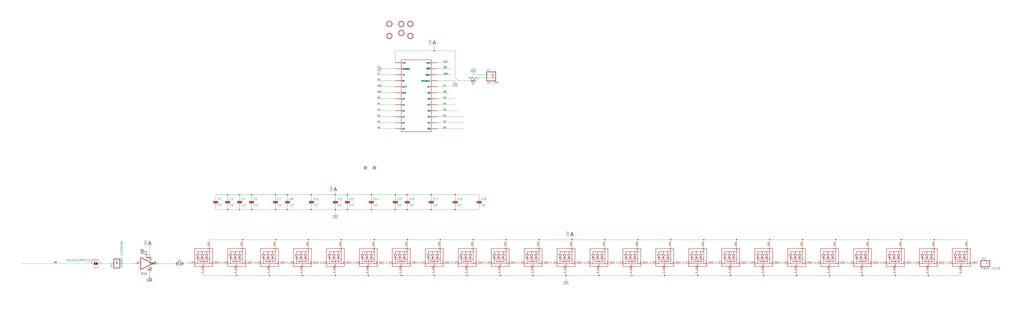
<source format=kicad_sch>
(kicad_sch (version 20211123) (generator eeschema)
  (paper "User" 868.477 261.899)
  (lib_symbols
    (symbol "eagleSchem-eagle-import:741G125DBV"
      (property "Reference" "IC" (at -0.635 -0.635 0))
      (symbol "741G125DBV_1_0"
        (polyline (pts (xy -5.08 -5.08) (xy -5.08 5.08)) (stroke (width 0.4064)))
        (polyline (pts (xy 0 4.826) (xy 0 5.588)) (stroke (width 0.1524)))
        (polyline (pts (xy 5.08 0) (xy -5.08 -5.08)) (stroke (width 0.4064)))
        (polyline (pts (xy 5.08 0) (xy -5.08 5.08)) (stroke (width 0.4064)))
        (circle (center 0 3.81) (radius 1.016) (stroke (width 0.1524)))
        (pin input line (at 0 10.16 270) (length 5.08) (name "OE") (number "1"))
        (pin input line (at -10.16 0 0) (length 5.08) (name "I") (number "2"))
        (pin tri_state line (at 10.16 0 180) (length 5.08) (name "O") (number "4"))
      )
      (symbol "741G125DBV_2_0"
        (text "GND" (at 1.905 -6.35 900) (effects (font (size 1.27 1.0795)) (justify left bottom)))
        (text "VCC" (at 1.905 2.54 900) (effects (font (size 1.27 1.0795)) (justify left bottom)))
        (pin power_in line (at 0 -7.62 90) (length 5.08) (name "GND") (number "3"))
        (pin power_in line (at 0 7.62 270) (length 5.08) (name "VCC") (number "5"))
      )
    )
    (symbol "eagleSchem-eagle-import:C-EUC0603"
      (property "Reference" "C" (at 1.524 0.381 0))
      (property "Value" "C-EUC0603" (at 1.524 -4.699 0))
      (symbol "C-EUC0603_1_0"
        (rectangle (start -2.032 -2.032) (end 2.032 -1.524) (fill (type outline)))
        (rectangle (start -2.032 -1.016) (end 2.032 -0.508) (fill (type outline)))
        (polyline (pts (xy 0 -2.54) (xy 0 -2.032)) (stroke (width 0.1524)))
        (polyline (pts (xy 0 0) (xy 0 -0.508)) (stroke (width 0.1524)))
        (pin passive line (at 0 2.54 270) (length 2.54) (name "1") (number "1"))
        (pin passive line (at 0 -5.08 90) (length 2.54) (name "2") (number "2"))
      )
    )
    (symbol "eagleSchem-eagle-import:CON_JST_PH_2PIN"
      (property "Reference" "X" (at -6.35 5.715 0))
      (property "Value" "CON_JST_PH_2PIN" (at -6.35 -5.08 0))
      (symbol "CON_JST_PH_2PIN_1_0"
        (polyline (pts (xy -6.35 -2.54) (xy 1.27 -2.54)) (stroke (width 0.4064)))
        (polyline (pts (xy -6.35 5.08) (xy -6.35 -2.54)) (stroke (width 0.4064)))
        (polyline (pts (xy 1.27 -2.54) (xy 1.27 5.08)) (stroke (width 0.4064)))
        (polyline (pts (xy 1.27 5.08) (xy -6.35 5.08)) (stroke (width 0.4064)))
        (pin passive inverted (at -2.54 2.54 0) (length 2.54) (name "1") (number "1"))
        (pin passive inverted (at -2.54 0 0) (length 2.54) (name "2") (number "2"))
      )
    )
    (symbol "eagleSchem-eagle-import:DIODESOD-123"
      (property "Reference" "D" (at 0 2.54 0))
      (property "Value" "DIODESOD-123" (at 0 -2.5 0))
      (symbol "DIODESOD-123_1_0"
        (polyline (pts (xy -1.27 -1.27) (xy 1.27 0)) (stroke (width 0.254)))
        (polyline (pts (xy -1.27 1.27) (xy -1.27 -1.27)) (stroke (width 0.254)))
        (polyline (pts (xy 1.27 0) (xy -1.27 1.27)) (stroke (width 0.254)))
        (polyline (pts (xy 1.27 0) (xy 1.27 -1.27)) (stroke (width 0.254)))
        (polyline (pts (xy 1.27 1.27) (xy 1.27 0)) (stroke (width 0.254)))
        (pin passive line (at -2.54 0 0) (length 2.54) (name "A") (number "A"))
        (pin passive line (at 2.54 0 180) (length 2.54) (name "C") (number "C"))
      )
    )
    (symbol "eagleSchem-eagle-import:FIDUCIAL{dblquote}{dblquote}"
      (symbol "FIDUCIAL{dblquote}{dblquote}_1_0"
        (polyline (pts (xy -0.762 0.762) (xy 0.762 -0.762)) (stroke (width 0.254)))
        (polyline (pts (xy 0.762 0.762) (xy -0.762 -0.762)) (stroke (width 0.254)))
        (circle (center 0 0) (radius 1.27) (stroke (width 0.254)))
      )
    )
    (symbol "eagleSchem-eagle-import:GND" (power)
      (property "Value" "GND" (at -2.54 -2.54 0))
      (symbol "GND_1_0"
        (polyline (pts (xy -1.905 0) (xy 1.905 0)) (stroke (width 0.254)))
        (pin power_in line (at 0 2.54 270) (length 2.54) (name "GND") (number "1"))
      )
    )
    (symbol "eagleSchem-eagle-import:HEADER-1X1ROUND"
      (property "Reference" "JP" (at -6.35 3.175 0))
      (property "Value" "HEADER-1X1ROUND" (at -6.35 -5.08 0))
      (symbol "HEADER-1X1ROUND_1_0"
        (polyline (pts (xy -6.35 -2.54) (xy 1.27 -2.54)) (stroke (width 0.4064)))
        (polyline (pts (xy -6.35 2.54) (xy -6.35 -2.54)) (stroke (width 0.4064)))
        (polyline (pts (xy 1.27 -2.54) (xy 1.27 2.54)) (stroke (width 0.4064)))
        (polyline (pts (xy 1.27 2.54) (xy -6.35 2.54)) (stroke (width 0.4064)))
        (pin passive inverted (at -2.54 0 0) (length 2.54) (name "1") (number "1"))
      )
    )
    (symbol "eagleSchem-eagle-import:MOUNTINGHOLE3.0THIN"
      (symbol "MOUNTINGHOLE3.0THIN_1_0"
        (circle (center 0 0) (radius 1.905) (stroke (width 0.254)))
        (circle (center 0 0) (radius 2.54) (stroke (width 0.254)))
      )
    )
    (symbol "eagleSchem-eagle-import:PINHD-1X1CB"
      (property "Reference" "JP" (at -6.35 3.175 0))
      (property "Value" "PINHD-1X1CB" (at -6.35 -5.08 0))
      (symbol "PINHD-1X1CB_1_0"
        (polyline (pts (xy -6.35 -2.54) (xy 1.27 -2.54)) (stroke (width 0.4064)))
        (polyline (pts (xy -6.35 2.54) (xy -6.35 -2.54)) (stroke (width 0.4064)))
        (polyline (pts (xy 1.27 -2.54) (xy 1.27 2.54)) (stroke (width 0.4064)))
        (polyline (pts (xy 1.27 2.54) (xy -6.35 2.54)) (stroke (width 0.4064)))
        (pin passive inverted (at -2.54 0 0) (length 2.54) (name "1") (number "1"))
      )
    )
    (symbol "eagleSchem-eagle-import:RESISTOR_0603_NOOUT"
      (property "Reference" "R" (at 0 2.54 0))
      (property "Value" "RESISTOR_0603_NOOUT" (at 0 0 0))
      (symbol "RESISTOR_0603_NOOUT_1_0"
        (polyline (pts (xy -2.54 -1.27) (xy -2.54 1.27)) (stroke (width 0.254)))
        (polyline (pts (xy -2.54 1.27) (xy 2.54 1.27)) (stroke (width 0.254)))
        (polyline (pts (xy 2.54 -1.27) (xy -2.54 -1.27)) (stroke (width 0.254)))
        (polyline (pts (xy 2.54 1.27) (xy 2.54 -1.27)) (stroke (width 0.254)))
        (pin passive line (at -5.08 0 0) (length 2.54) (name "1") (number "1"))
        (pin passive line (at 5.08 0 180) (length 2.54) (name "2") (number "2"))
      )
    )
    (symbol "eagleSchem-eagle-import:SOLDERJUMPER_CLOSED"
      (property "Reference" "SJ" (at -2.54 2.54 0))
      (property "Value" "SOLDERJUMPER_CLOSED" (at -2.54 -3.81 0))
      (symbol "SOLDERJUMPER_CLOSED_1_0"
        (arc (start -0.381 1.2699) (mid -1.6508 0) (end -0.381 -1.2699) (stroke (width 0.0001)) (fill (type outline)))
        (polyline (pts (xy -2.54 0) (xy -1.651 0)) (stroke (width 0.1524)))
        (polyline (pts (xy -0.635 0) (xy 0.635 0)) (stroke (width 0.4064)))
        (polyline (pts (xy 2.54 0) (xy 1.651 0)) (stroke (width 0.1524)))
        (arc (start 0.381 -1.2699) (mid 1.6508 0) (end 0.381 1.2699) (stroke (width 0.0001)) (fill (type outline)))
        (pin passive line (at -5.08 0 0) (length 2.54) (name "1") (number "1"))
        (pin passive line (at 5.08 0 180) (length 2.54) (name "2") (number "2"))
      )
    )
    (symbol "eagleSchem-eagle-import:SPARK_CORE"
      (symbol "SPARK_CORE_1_0"
        (polyline (pts (xy -12.7 -30.48) (xy 12.7 -30.48)) (stroke (width 0.254)))
        (polyline (pts (xy -12.7 30.48) (xy -12.7 -30.48)) (stroke (width 0.254)))
        (polyline (pts (xy 12.7 -30.48) (xy 12.7 30.48)) (stroke (width 0.254)))
        (polyline (pts (xy 12.7 30.48) (xy -12.7 30.48)) (stroke (width 0.254)))
        (pin power_in line (at -17.78 27.94 0) (length 5.08) (name "VIN") (number "#1"))
        (pin bidirectional line (at -17.78 -17.78 0) (length 5.08) (name "A2") (number "#10"))
        (pin bidirectional line (at -17.78 -22.86 0) (length 5.08) (name "A1") (number "#11"))
        (pin bidirectional line (at -17.78 -27.94 0) (length 5.08) (name "A0") (number "#12"))
        (pin bidirectional line (at 17.78 -27.94 180) (length 5.08) (name "D0") (number "#13"))
        (pin bidirectional line (at 17.78 -22.86 180) (length 5.08) (name "D1") (number "#14"))
        (pin bidirectional line (at 17.78 -17.78 180) (length 5.08) (name "D2") (number "#15"))
        (pin bidirectional line (at 17.78 -12.7 180) (length 5.08) (name "D3") (number "#16"))
        (pin bidirectional line (at 17.78 -7.62 180) (length 5.08) (name "D4") (number "#17"))
        (pin bidirectional line (at 17.78 -2.54 180) (length 5.08) (name "D5") (number "#18"))
        (pin bidirectional line (at 17.78 2.54 180) (length 5.08) (name "D6") (number "#19"))
        (pin power_in line (at -17.78 22.86 0) (length 5.08) (name "GND@2") (number "#2"))
        (pin bidirectional line (at 17.78 7.62 180) (length 5.08) (name "D7") (number "#20"))
        (pin power_in line (at 17.78 12.7 180) (length 5.08) (name "GND@21") (number "#21"))
        (pin power_in line (at 17.78 17.78 180) (length 5.08) (name "VBAT") (number "#22"))
        (pin bidirectional line (at 17.78 22.86 180) (length 5.08) (name "~{RST}") (number "#23"))
        (pin power_in line (at 17.78 27.94 180) (length 5.08) (name "3V3") (number "#24"))
        (pin bidirectional line (at -17.78 17.78 0) (length 5.08) (name "TX") (number "#3"))
        (pin bidirectional line (at -17.78 12.7 0) (length 5.08) (name "RX") (number "#4"))
        (pin bidirectional line (at -17.78 7.62 0) (length 5.08) (name "WKP") (number "#5"))
        (pin bidirectional line (at -17.78 2.54 0) (length 5.08) (name "DAC") (number "#6"))
        (pin bidirectional line (at -17.78 -2.54 0) (length 5.08) (name "A5") (number "#7"))
        (pin bidirectional line (at -17.78 -7.62 0) (length 5.08) (name "A4") (number "#8"))
        (pin bidirectional line (at -17.78 -12.7 0) (length 5.08) (name "A3") (number "#9"))
        (pin power_in line (at -17.78 27.94 0) (length 5.08) (name "VIN") (number "1"))
        (pin bidirectional line (at -17.78 -17.78 0) (length 5.08) (name "A2") (number "10"))
        (pin bidirectional line (at -17.78 -22.86 0) (length 5.08) (name "A1") (number "11"))
        (pin bidirectional line (at -17.78 -27.94 0) (length 5.08) (name "A0") (number "12"))
        (pin bidirectional line (at 17.78 -27.94 180) (length 5.08) (name "D0") (number "13"))
        (pin bidirectional line (at 17.78 -22.86 180) (length 5.08) (name "D1") (number "14"))
        (pin bidirectional line (at 17.78 -17.78 180) (length 5.08) (name "D2") (number "15"))
        (pin bidirectional line (at 17.78 -12.7 180) (length 5.08) (name "D3") (number "16"))
        (pin bidirectional line (at 17.78 -7.62 180) (length 5.08) (name "D4") (number "17"))
        (pin bidirectional line (at 17.78 -2.54 180) (length 5.08) (name "D5") (number "18"))
        (pin bidirectional line (at 17.78 2.54 180) (length 5.08) (name "D6") (number "19"))
        (pin power_in line (at -17.78 22.86 0) (length 5.08) (name "GND@2") (number "2"))
        (pin bidirectional line (at 17.78 7.62 180) (length 5.08) (name "D7") (number "20"))
        (pin power_in line (at 17.78 12.7 180) (length 5.08) (name "GND@21") (number "21"))
        (pin power_in line (at 17.78 17.78 180) (length 5.08) (name "VBAT") (number "22"))
        (pin bidirectional line (at 17.78 22.86 180) (length 5.08) (name "~{RST}") (number "23"))
        (pin power_in line (at 17.78 27.94 180) (length 5.08) (name "3V3") (number "24"))
        (pin bidirectional line (at -17.78 17.78 0) (length 5.08) (name "TX") (number "3"))
        (pin bidirectional line (at -17.78 12.7 0) (length 5.08) (name "RX") (number "4"))
        (pin bidirectional line (at -17.78 7.62 0) (length 5.08) (name "WKP") (number "5"))
        (pin bidirectional line (at -17.78 2.54 0) (length 5.08) (name "DAC") (number "6"))
        (pin bidirectional line (at -17.78 -2.54 0) (length 5.08) (name "A5") (number "7"))
        (pin bidirectional line (at -17.78 -7.62 0) (length 5.08) (name "A4") (number "8"))
        (pin bidirectional line (at -17.78 -12.7 0) (length 5.08) (name "A3") (number "9"))
        (pin power_in line (at -17.78 27.94 0) (length 5.08) (name "VIN") (number "@1"))
        (pin bidirectional line (at -17.78 -17.78 0) (length 5.08) (name "A2") (number "@10"))
        (pin bidirectional line (at -17.78 -22.86 0) (length 5.08) (name "A1") (number "@11"))
        (pin bidirectional line (at -17.78 -27.94 0) (length 5.08) (name "A0") (number "@12"))
        (pin bidirectional line (at 17.78 -27.94 180) (length 5.08) (name "D0") (number "@13"))
        (pin bidirectional line (at 17.78 -22.86 180) (length 5.08) (name "D1") (number "@14"))
        (pin bidirectional line (at 17.78 -17.78 180) (length 5.08) (name "D2") (number "@15"))
        (pin bidirectional line (at 17.78 -12.7 180) (length 5.08) (name "D3") (number "@16"))
        (pin bidirectional line (at 17.78 -7.62 180) (length 5.08) (name "D4") (number "@17"))
        (pin bidirectional line (at 17.78 -2.54 180) (length 5.08) (name "D5") (number "@18"))
        (pin bidirectional line (at 17.78 2.54 180) (length 5.08) (name "D6") (number "@19"))
        (pin power_in line (at -17.78 22.86 0) (length 5.08) (name "GND@2") (number "@2"))
        (pin bidirectional line (at 17.78 7.62 180) (length 5.08) (name "D7") (number "@20"))
        (pin power_in line (at 17.78 12.7 180) (length 5.08) (name "GND@21") (number "@21"))
        (pin power_in line (at 17.78 17.78 180) (length 5.08) (name "VBAT") (number "@22"))
        (pin bidirectional line (at 17.78 22.86 180) (length 5.08) (name "~{RST}") (number "@23"))
        (pin power_in line (at 17.78 27.94 180) (length 5.08) (name "3V3") (number "@24"))
        (pin bidirectional line (at -17.78 17.78 0) (length 5.08) (name "TX") (number "@3"))
        (pin bidirectional line (at -17.78 12.7 0) (length 5.08) (name "RX") (number "@4"))
        (pin bidirectional line (at -17.78 7.62 0) (length 5.08) (name "WKP") (number "@5"))
        (pin bidirectional line (at -17.78 2.54 0) (length 5.08) (name "DAC") (number "@6"))
        (pin bidirectional line (at -17.78 -2.54 0) (length 5.08) (name "A5") (number "@7"))
        (pin bidirectional line (at -17.78 -7.62 0) (length 5.08) (name "A4") (number "@8"))
        (pin bidirectional line (at -17.78 -12.7 0) (length 5.08) (name "A3") (number "@9"))
      )
    )
    (symbol "eagleSchem-eagle-import:VDD" (power)
      (property "Value" "VDD" (at -2.54 -2.54 90))
      (symbol "VDD_1_0"
        (polyline (pts (xy 0 0) (xy -1.27 -1.905)) (stroke (width 0.254)))
        (polyline (pts (xy 0 1.27) (xy -1.27 -1.905)) (stroke (width 0.254)))
        (polyline (pts (xy 1.27 -1.905) (xy 0 0)) (stroke (width 0.254)))
        (polyline (pts (xy 1.27 -1.905) (xy 0 1.27)) (stroke (width 0.254)))
        (pin power_in line (at 0 -2.54 90) (length 2.54) (name "VDD") (number "1"))
      )
    )
    (symbol "eagleSchem-eagle-import:WS2812B5050-NARROW"
      (symbol "WS2812B5050-NARROW_1_0"
        (polyline (pts (xy -7.62 -5.08) (xy 0 -5.08)) (stroke (width 0.254)))
        (polyline (pts (xy -7.62 -2.54) (xy -7.62 -5.08)) (stroke (width 0.254)))
        (polyline (pts (xy -7.62 10.16) (xy -7.62 -2.54)) (stroke (width 0.254)))
        (polyline (pts (xy -6.35 2.54) (xy -5.08 2.54)) (stroke (width 0.254)))
        (polyline (pts (xy -6.35 5.08) (xy -5.08 5.08)) (stroke (width 0.254)))
        (polyline (pts (xy -5.08 -2.54) (xy -7.62 -2.54)) (stroke (width 0.254)))
        (polyline (pts (xy -5.08 -2.54) (xy 0 -2.54)) (stroke (width 0.254)))
        (polyline (pts (xy -5.08 1.27) (xy -5.08 -2.54)) (stroke (width 0.254)))
        (polyline (pts (xy -5.08 2.54) (xy -6.35 5.08)) (stroke (width 0.254)))
        (polyline (pts (xy -5.08 2.54) (xy -5.08 1.27)) (stroke (width 0.254)))
        (polyline (pts (xy -5.08 2.54) (xy -3.81 5.08)) (stroke (width 0.254)))
        (polyline (pts (xy -5.08 5.08) (xy -3.81 5.08)) (stroke (width 0.254)))
        (polyline (pts (xy -5.08 7.62) (xy -5.08 5.08)) (stroke (width 0.254)))
        (polyline (pts (xy -3.81 2.54) (xy -5.08 2.54)) (stroke (width 0.254)))
        (polyline (pts (xy -2.54 2.54) (xy -1.27 2.54)) (stroke (width 0.254)))
        (polyline (pts (xy -2.54 5.08) (xy 0 5.08)) (stroke (width 0.254)))
        (polyline (pts (xy -1.27 1.27) (xy -5.08 1.27)) (stroke (width 0.254)))
        (polyline (pts (xy -1.27 2.54) (xy -2.54 5.08)) (stroke (width 0.254)))
        (polyline (pts (xy -1.27 2.54) (xy -1.27 1.27)) (stroke (width 0.254)))
        (polyline (pts (xy -1.27 2.54) (xy 0 2.54)) (stroke (width 0.254)))
        (polyline (pts (xy -1.27 5.08) (xy -1.27 7.62)) (stroke (width 0.254)))
        (polyline (pts (xy -1.27 7.62) (xy -5.08 7.62)) (stroke (width 0.254)))
        (polyline (pts (xy 0 -5.08) (xy 7.62 -5.08)) (stroke (width 0.254)))
        (polyline (pts (xy 0 -2.54) (xy 0 -5.08)) (stroke (width 0.254)))
        (polyline (pts (xy 0 -2.54) (xy 5.08 -2.54)) (stroke (width 0.254)))
        (polyline (pts (xy 0 5.08) (xy -1.27 2.54)) (stroke (width 0.254)))
        (polyline (pts (xy 1.27 5.08) (xy 2.54 2.54)) (stroke (width 0.254)))
        (polyline (pts (xy 1.27 5.08) (xy 2.54 5.08)) (stroke (width 0.254)))
        (polyline (pts (xy 2.54 1.27) (xy -1.27 1.27)) (stroke (width 0.254)))
        (polyline (pts (xy 2.54 2.54) (xy 1.27 2.54)) (stroke (width 0.254)))
        (polyline (pts (xy 2.54 2.54) (xy 2.54 1.27)) (stroke (width 0.254)))
        (polyline (pts (xy 2.54 2.54) (xy 3.81 2.54)) (stroke (width 0.254)))
        (polyline (pts (xy 2.54 2.54) (xy 3.81 5.08)) (stroke (width 0.254)))
        (polyline (pts (xy 2.54 5.08) (xy 2.54 7.62)) (stroke (width 0.254)))
        (polyline (pts (xy 2.54 7.62) (xy -1.27 7.62)) (stroke (width 0.254)))
        (polyline (pts (xy 2.54 7.62) (xy 5.08 7.62)) (stroke (width 0.254)))
        (polyline (pts (xy 3.81 5.08) (xy 2.54 5.08)) (stroke (width 0.254)))
        (polyline (pts (xy 5.08 -2.54) (xy 5.08 1.27)) (stroke (width 0.254)))
        (polyline (pts (xy 5.08 -2.54) (xy 7.62 -2.54)) (stroke (width 0.254)))
        (polyline (pts (xy 5.08 1.27) (xy 2.54 1.27)) (stroke (width 0.254)))
        (polyline (pts (xy 5.08 7.62) (xy 5.08 1.27)) (stroke (width 0.254)))
        (polyline (pts (xy 5.08 10.16) (xy -7.62 10.16)) (stroke (width 0.254)))
        (polyline (pts (xy 5.08 10.16) (xy 5.08 7.62)) (stroke (width 0.254)))
        (polyline (pts (xy 7.62 -5.08) (xy 7.62 -2.54)) (stroke (width 0.254)))
        (polyline (pts (xy 7.62 -2.54) (xy 7.62 10.16)) (stroke (width 0.254)))
        (polyline (pts (xy 7.62 10.16) (xy 5.08 10.16)) (stroke (width 0.254)))
        (text "WS2812B" (at 3.81 0 0) (effects (font (size 1.27 1.0795)) (justify right top)))
        (pin power_in line (at 5.08 15.24 270) (length 5.08) (name "VDD") (number "1-VDD"))
        (pin output line (at 12.7 -2.54 180) (length 5.08) (name "DO") (number "2-DOUT"))
        (pin power_in line (at 0 -10.16 90) (length 5.08) (name "GND") (number "3-GND"))
        (pin input line (at -12.7 -2.54 0) (length 5.08) (name "DI") (number "4-DIN"))
      )
    )
  )
  (junction (at 787.4 233.68))
  (junction (at 228.6 233.68))
  (junction (at 233.68 165.1))
  (junction (at 485.14 203.2))
  (junction (at 703.58 233.68))
  (junction (at 563.88 233.68))
  (junction (at 243.84 165.1))
  (junction (at 429.26 203.2))
  (junction (at 294.64 177.8))
  (junction (at 284.48 233.68))
  (junction (at 345.44 177.8))
  (junction (at 568.96 203.2))
  (junction (at 243.84 177.8))
  (junction (at 345.44 203.2))
  (junction (at 205.74 203.2))
  (junction (at 365.76 177.8))
  (junction (at 457.2 203.2))
  (junction (at 373.38 203.2))
  (junction (at 335.28 177.8))
  (junction (at 508 233.68))
  (junction (at 736.6 203.2))
  (junction (at 256.54 233.68))
  (junction (at 708.66 203.2))
  (junction (at 340.36 233.68))
  (junction (at 596.9 203.2))
  (junction (at 591.82 233.68))
  (junction (at 233.68 177.8))
  (junction (at 314.96 177.8))
  (junction (at 203.2 165.1))
  (junction (at 213.36 165.1))
  (junction (at 284.48 165.1))
  (junction (at 200.66 233.68))
  (junction (at 386.08 165.1))
  (junction (at 264.16 165.1))
  (junction (at 294.64 165.1))
  (junction (at 203.2 177.8))
  (junction (at 261.62 203.2))
  (junction (at 284.48 177.8))
  (junction (at 368.3 233.68))
  (junction (at 680.72 203.2))
  (junction (at 396.24 233.68))
  (junction (at 335.28 165.1))
  (junction (at 513.08 203.2))
  (junction (at 386.08 177.8))
  (junction (at 233.68 203.2))
  (junction (at 792.48 203.2))
  (junction (at 647.7 233.68))
  (junction (at 99.06 223.52))
  (junction (at 541.02 203.2))
  (junction (at 264.16 177.8))
  (junction (at 314.96 165.1))
  (junction (at 368.3 43.18))
  (junction (at 624.84 203.2))
  (junction (at 345.44 165.1))
  (junction (at 452.12 233.68))
  (junction (at 731.52 233.68))
  (junction (at 193.04 165.1))
  (junction (at 480.06 233.68))
  (junction (at 652.78 203.2))
  (junction (at 764.54 203.2))
  (junction (at 401.32 203.2))
  (junction (at 289.56 203.2))
  (junction (at 424.18 233.68))
  (junction (at 759.46 233.68))
  (junction (at 365.76 165.1))
  (junction (at 213.36 177.8))
  (junction (at 535.94 233.68))
  (junction (at 317.5 203.2))
  (junction (at 675.64 233.68))
  (junction (at 193.04 177.8))
  (junction (at 312.42 233.68))
  (junction (at 619.76 233.68))
  (wire (pts (xy 485.14 203.2) (xy 457.2 203.2)))
  (wire (pts (xy 406.4 66.04) (xy 403.86 68.58)))
  (wire (pts (xy 457.2 205.74) (xy 457.2 203.2)))
  (wire (pts (xy 815.34 233.68) (xy 815.34 231.14)))
  (wire (pts (xy 703.58 233.68) (xy 731.52 233.68)))
  (wire (pts (xy 294.64 175.26) (xy 294.64 177.8)))
  (wire (pts (xy 396.24 233.68) (xy 396.24 231.14)))
  (wire (pts (xy 703.58 231.14) (xy 703.58 233.68)))
  (wire (pts (xy 243.84 167.64) (xy 243.84 165.1)))
  (wire (pts (xy 787.4 231.14) (xy 787.4 233.68)))
  (wire (pts (xy 624.84 203.2) (xy 652.78 203.2)))
  (wire (pts (xy 591.82 231.14) (xy 591.82 233.68)))
  (wire (pts (xy 429.26 205.74) (xy 429.26 203.2)))
  (wire (pts (xy 256.54 233.68) (xy 256.54 231.14)))
  (wire (pts (xy 182.88 167.64) (xy 182.88 165.1)))
  (wire (pts (xy 243.84 177.8) (xy 243.84 175.26)))
  (wire (pts (xy 370.84 53.34) (xy 381 53.34)))
  (wire (pts (xy 256.54 233.68) (xy 228.6 233.68)))
  (wire (pts (xy 317.5 203.2) (xy 289.56 203.2)))
  (wire (pts (xy 299.72 223.52) (xy 297.18 223.52)))
  (wire (pts (xy 205.74 203.2) (xy 177.8 203.2)))
  (wire (pts (xy 480.06 231.14) (xy 480.06 233.68)))
  (wire (pts (xy 284.48 233.68) (xy 256.54 233.68)))
  (wire (pts (xy 213.36 165.1) (xy 203.2 165.1)))
  (wire (pts (xy 317.5 205.74) (xy 317.5 203.2)))
  (wire (pts (xy 335.28 177.8) (xy 314.96 177.8)))
  (wire (pts (xy 708.66 203.2) (xy 736.6 203.2)))
  (wire (pts (xy 457.2 203.2) (xy 429.26 203.2)))
  (wire (pts (xy 523.24 223.52) (xy 520.7 223.52)))
  (wire (pts (xy 370.84 83.82) (xy 386.08 83.82)))
  (wire (pts (xy 335.28 175.26) (xy 335.28 177.8)))
  (wire (pts (xy 284.48 167.64) (xy 284.48 165.1)))
  (wire (pts (xy 233.68 175.26) (xy 233.68 177.8)))
  (wire (pts (xy 345.44 203.2) (xy 317.5 203.2)))
  (wire (pts (xy 579.12 223.52) (xy 576.58 223.52)))
  (wire (pts (xy 76.2 223.52) (xy 17.78 223.52)))
  (wire (pts (xy 335.28 167.64) (xy 335.28 165.1)))
  (wire (pts (xy 345.44 175.26) (xy 345.44 177.8)))
  (wire (pts (xy 680.72 205.74) (xy 680.72 203.2)))
  (wire (pts (xy 320.04 88.9) (xy 335.28 88.9)))
  (wire (pts (xy 172.72 233.68) (xy 172.72 231.14)))
  (wire (pts (xy 264.16 177.8) (xy 243.84 177.8)))
  (wire (pts (xy 345.44 165.1) (xy 365.76 165.1)))
  (wire (pts (xy 820.42 203.2) (xy 820.42 205.74)))
  (wire (pts (xy 365.76 165.1) (xy 386.08 165.1)))
  (wire (pts (xy 386.08 167.64) (xy 386.08 165.1)))
  (wire (pts (xy 759.46 233.68) (xy 787.4 233.68)))
  (wire (pts (xy 335.28 83.82) (xy 320.04 83.82)))
  (wire (pts (xy 764.54 205.74) (xy 764.54 203.2)))
  (wire (pts (xy 127 231.14) (xy 127 233.68)))
  (wire (pts (xy 596.9 203.2) (xy 624.84 203.2)))
  (wire (pts (xy 203.2 165.1) (xy 193.04 165.1)))
  (wire (pts (xy 335.28 43.18) (xy 368.3 43.18)))
  (wire (pts (xy 203.2 177.8) (xy 203.2 175.26)))
  (wire (pts (xy 828.04 223.52) (xy 835.66 223.52)))
  (wire (pts (xy 314.96 177.8) (xy 294.64 177.8)))
  (wire (pts (xy 203.2 177.8) (xy 193.04 177.8)))
  (wire (pts (xy 568.96 203.2) (xy 596.9 203.2)))
  (wire (pts (xy 373.38 203.2) (xy 345.44 203.2)))
  (wire (pts (xy 401.32 205.74) (xy 401.32 203.2)))
  (wire (pts (xy 652.78 205.74) (xy 652.78 203.2)))
  (wire (pts (xy 289.56 203.2) (xy 261.62 203.2)))
  (wire (pts (xy 320.04 78.74) (xy 335.28 78.74)))
  (wire (pts (xy 86.36 223.52) (xy 99.06 223.52)))
  (wire (pts (xy 335.28 53.34) (xy 335.28 43.18)))
  (wire (pts (xy 508 233.68) (xy 535.94 233.68)))
  (wire (pts (xy 772.16 223.52) (xy 774.7 223.52)))
  (wire (pts (xy 381 223.52) (xy 383.54 223.52)))
  (wire (pts (xy 314.96 165.1) (xy 335.28 165.1)))
  (wire (pts (xy 370.84 88.9) (xy 386.08 88.9)))
  (wire (pts (xy 452.12 233.68) (xy 452.12 231.14)))
  (wire (pts (xy 365.76 175.26) (xy 365.76 177.8)))
  (wire (pts (xy 233.68 177.8) (xy 213.36 177.8)))
  (wire (pts (xy 203.2 167.64) (xy 203.2 165.1)))
  (wire (pts (xy 485.14 203.2) (xy 485.14 200.66)))
  (wire (pts (xy 365.76 177.8) (xy 345.44 177.8)))
  (wire (pts (xy 708.66 205.74) (xy 708.66 203.2)))
  (wire (pts (xy 284.48 177.8) (xy 264.16 177.8)))
  (wire (pts (xy 213.36 177.8) (xy 203.2 177.8)))
  (wire (pts (xy 596.9 205.74) (xy 596.9 203.2)))
  (wire (pts (xy 485.14 203.2) (xy 513.08 203.2)))
  (wire (pts (xy 792.48 203.2) (xy 820.42 203.2)))
  (wire (pts (xy 764.54 203.2) (xy 792.48 203.2)))
  (wire (pts (xy 261.62 205.74) (xy 261.62 203.2)))
  (wire (pts (xy 429.26 203.2) (xy 401.32 203.2)))
  (wire (pts (xy 716.28 223.52) (xy 718.82 223.52)))
  (wire (pts (xy 401.32 63.5) (xy 416.56 63.5)))
  (wire (pts (xy 187.96 223.52) (xy 185.42 223.52)))
  (wire (pts (xy 335.28 73.66) (xy 320.04 73.66)))
  (wire (pts (xy 200.66 233.68) (xy 172.72 233.68)))
  (wire (pts (xy 314.96 175.26) (xy 314.96 177.8)))
  (wire (pts (xy 314.96 167.64) (xy 314.96 165.1)))
  (wire (pts (xy 193.04 177.8) (xy 193.04 175.26)))
  (wire (pts (xy 406.4 165.1) (xy 406.4 167.64)))
  (wire (pts (xy 271.78 223.52) (xy 269.24 223.52)))
  (wire (pts (xy 340.36 233.68) (xy 312.42 233.68)))
  (wire (pts (xy 551.18 223.52) (xy 548.64 223.52)))
  (wire (pts (xy 157.48 223.52) (xy 160.02 223.52)))
  (wire (pts (xy 652.78 203.2) (xy 680.72 203.2)))
  (wire (pts (xy 635 223.52) (xy 632.46 223.52)))
  (wire (pts (xy 401.32 203.2) (xy 373.38 203.2)))
  (wire (pts (xy 233.68 205.74) (xy 233.68 203.2)))
  (wire (pts (xy 370.84 68.58) (xy 386.08 68.58)))
  (wire (pts (xy 744.22 223.52) (xy 746.76 223.52)))
  (wire (pts (xy 480.06 233.68) (xy 452.12 233.68)))
  (wire (pts (xy 370.84 73.66) (xy 381 73.66)))
  (wire (pts (xy 386.08 66.04) (xy 388.62 68.58)))
  (wire (pts (xy 228.6 233.68) (xy 228.6 231.14)))
  (wire (pts (xy 370.84 93.98) (xy 388.62 93.98)))
  (wire (pts (xy 736.6 205.74) (xy 736.6 203.2)))
  (wire (pts (xy 675.64 231.14) (xy 675.64 233.68)))
  (wire (pts (xy 99.06 223.52) (xy 114.3 223.52)))
  (wire (pts (xy 386.08 165.1) (xy 406.4 165.1)))
  (wire (pts (xy 568.96 205.74) (xy 568.96 203.2)))
  (wire (pts (xy 294.64 165.1) (xy 314.96 165.1)))
  (wire (pts (xy 127 215.9) (xy 127 208.28)))
  (wire (pts (xy 485.14 205.74) (xy 485.14 203.2)))
  (wire (pts (xy 327.66 223.52) (xy 325.12 223.52)))
  (wire (pts (xy 388.62 68.58) (xy 398.78 68.58)))
  (wire (pts (xy 264.16 167.64) (xy 264.16 165.1)))
  (wire (pts (xy 373.38 205.74) (xy 373.38 203.2)))
  (wire (pts (xy 345.44 177.8) (xy 335.28 177.8)))
  (wire (pts (xy 243.84 165.1) (xy 233.68 165.1)))
  (wire (pts (xy 424.18 233.68) (xy 396.24 233.68)))
  (wire (pts (xy 294.64 177.8) (xy 284.48 177.8)))
  (wire (pts (xy 284.48 177.8) (xy 284.48 180.34)))
  (wire (pts (xy 619.76 231.14) (xy 619.76 233.68)))
  (wire (pts (xy 368.3 233.68) (xy 368.3 231.14)))
  (wire (pts (xy 365.76 167.64) (xy 365.76 165.1)))
  (wire (pts (xy 264.16 177.8) (xy 264.16 175.26)))
  (wire (pts (xy 452.12 233.68) (xy 424.18 233.68)))
  (wire (pts (xy 688.34 223.52) (xy 690.88 223.52)))
  (wire (pts (xy 464.82 223.52) (xy 467.36 223.52)))
  (wire (pts (xy 261.62 203.2) (xy 233.68 203.2)))
  (wire (pts (xy 335.28 68.58) (xy 320.04 68.58)))
  (wire (pts (xy 541.02 203.2) (xy 568.96 203.2)))
  (wire (pts (xy 205.74 205.74) (xy 205.74 203.2)))
  (wire (pts (xy 193.04 177.8) (xy 182.88 177.8)))
  (wire (pts (xy 284.48 175.26) (xy 284.48 177.8)))
  (wire (pts (xy 213.36 167.64) (xy 213.36 165.1)))
  (wire (pts (xy 792.48 205.74) (xy 792.48 203.2)))
  (wire (pts (xy 228.6 233.68) (xy 200.66 233.68)))
  (wire (pts (xy 800.1 223.52) (xy 802.64 223.52)))
  (wire (pts (xy 513.08 205.74) (xy 513.08 203.2)))
  (wire (pts (xy 182.88 177.8) (xy 182.88 175.26)))
  (wire (pts (xy 325.12 58.42) (xy 335.28 58.42)))
  (wire (pts (xy 335.28 104.14) (xy 320.04 104.14)))
  (wire (pts (xy 345.44 205.74) (xy 345.44 203.2)))
  (wire (pts (xy 406.4 175.26) (xy 406.4 177.8)))
  (wire (pts (xy 386.08 43.18) (xy 386.08 66.04)))
  (wire (pts (xy 233.68 167.64) (xy 233.68 165.1)))
  (wire (pts (xy 386.08 175.26) (xy 386.08 177.8)))
  (wire (pts (xy 177.8 205.74) (xy 177.8 203.2)))
  (wire (pts (xy 370.84 104.14) (xy 393.7 104.14)))
  (wire (pts (xy 370.84 109.22) (xy 393.7 109.22)))
  (wire (pts (xy 233.68 165.1) (xy 213.36 165.1)))
  (wire (pts (xy 647.7 233.68) (xy 675.64 233.68)))
  (wire (pts (xy 535.94 231.14) (xy 535.94 233.68)))
  (wire (pts (xy 294.64 167.64) (xy 294.64 165.1)))
  (wire (pts (xy 335.28 165.1) (xy 345.44 165.1)))
  (wire (pts (xy 386.08 177.8) (xy 365.76 177.8)))
  (wire (pts (xy 340.36 233.68) (xy 340.36 231.14)))
  (wire (pts (xy 370.84 63.5) (xy 383.54 63.5)))
  (wire (pts (xy 243.84 177.8) (xy 233.68 177.8)))
  (wire (pts (xy 680.72 203.2) (xy 708.66 203.2)))
  (wire (pts (xy 284.48 165.1) (xy 284.48 162.56)))
  (wire (pts (xy 345.44 167.64) (xy 345.44 165.1)))
  (wire (pts (xy 289.56 205.74) (xy 289.56 203.2)))
  (wire (pts (xy 731.52 233.68) (xy 759.46 233.68)))
  (wire (pts (xy 607.06 223.52) (xy 604.52 223.52)))
  (wire (pts (xy 480.06 233.68) (xy 508 233.68)))
  (wire (pts (xy 335.28 63.5) (xy 320.04 63.5)))
  (wire (pts (xy 647.7 231.14) (xy 647.7 233.68)))
  (wire (pts (xy 381 78.74) (xy 370.84 78.74)))
  (wire (pts (xy 406.4 177.8) (xy 386.08 177.8)))
  (wire (pts (xy 436.88 223.52) (xy 439.42 223.52)))
  (wire (pts (xy 424.18 233.68) (xy 424.18 231.14)))
  (wire (pts (xy 513.08 203.2) (xy 541.02 203.2)))
  (wire (pts (xy 233.68 203.2) (xy 205.74 203.2)))
  (wire (pts (xy 416.56 66.04) (xy 406.4 66.04)))
  (wire (pts (xy 541.02 205.74) (xy 541.02 203.2)))
  (wire (pts (xy 508 231.14) (xy 508 233.68)))
  (wire (pts (xy 591.82 233.68) (xy 619.76 233.68)))
  (wire (pts (xy 368.3 233.68) (xy 340.36 233.68)))
  (wire (pts (xy 134.62 223.52) (xy 147.32 223.52)))
  (wire (pts (xy 353.06 223.52) (xy 355.6 223.52)))
  (wire (pts (xy 619.76 233.68) (xy 647.7 233.68)))
  (wire (pts (xy 759.46 231.14) (xy 759.46 233.68)))
  (wire (pts (xy 320.04 99.06) (xy 335.28 99.06)))
  (wire (pts (xy 368.3 43.18) (xy 386.08 43.18)))
  (wire (pts (xy 193.04 167.64) (xy 193.04 165.1)))
  (wire (pts (xy 675.64 233.68) (xy 703.58 233.68)))
  (wire (pts (xy 284.48 165.1) (xy 294.64 165.1)))
  (wire (pts (xy 264.16 165.1) (xy 243.84 165.1)))
  (wire (pts (xy 284.48 165.1) (xy 264.16 165.1)))
  (wire (pts (xy 624.84 205.74) (xy 624.84 203.2)))
  (wire (pts (xy 383.54 58.42) (xy 370.84 58.42)))
  (wire (pts (xy 492.76 223.52) (xy 495.3 223.52)))
  (wire (pts (xy 408.94 223.52) (xy 411.48 223.52)))
  (wire (pts (xy 563.88 231.14) (xy 563.88 233.68)))
  (wire (pts (xy 312.42 233.68) (xy 284.48 233.68)))
  (wire (pts (xy 731.52 231.14) (xy 731.52 233.68)))
  (wire (pts (xy 787.4 233.68) (xy 815.34 233.68)))
  (wire (pts (xy 320.04 109.22) (xy 335.28 109.22)))
  (wire (pts (xy 215.9 223.52) (xy 213.36 223.52)))
  (wire (pts (xy 662.94 223.52) (xy 660.4 223.52)))
  (wire (pts (xy 193.04 165.1) (xy 182.88 165.1)))
  (wire (pts (xy 736.6 203.2) (xy 764.54 203.2)))
  (wire (pts (xy 200.66 233.68) (xy 200.66 231.14)))
  (wire (pts (xy 370.84 99.06) (xy 393.7 99.06)))
  (wire (pts (xy 480.06 233.68) (xy 480.06 236.22)))
  (wire (pts (xy 243.84 223.52) (xy 241.3 223.52)))
  (wire (pts (xy 213.36 175.26) (xy 213.36 177.8)))
  (wire (pts (xy 368.3 38.1) (xy 368.3 43.18)))
  (wire (pts (xy 535.94 233.68) (xy 563.88 233.68)))
  (wire (pts (xy 335.28 93.98) (xy 320.04 93.98)))
  (wire (pts (xy 284.48 233.68) (xy 284.48 231.14)))
  (wire (pts (xy 396.24 233.68) (xy 368.3 233.68)))
  (wire (pts (xy 312.42 233.68) (xy 312.42 231.14)))
  (wire (pts (xy 563.88 233.68) (xy 591.82 233.68)))
  (label "DAC" (at 320.04 78.74 0) (effects (font (size 1.2446 1.2446))))
  (label "A0" (at 320.04 109.22 0) (effects (font (size 1.2446 1.2446))))
  (label "A1" (at 320.04 104.14 0) (effects (font (size 1.2446 1.2446))))
  (label "D1" (at 375.92 104.14 0) (effects (font (size 1.2446 1.2446))))
  (label "WKP" (at 320.04 73.66 0) (effects (font (size 1.2446 1.2446))))
  (label "A4" (at 320.04 88.9 0) (effects (font (size 1.2446 1.2446))))
  (label "D3" (at 375.92 93.98 0) (effects (font (size 1.2446 1.2446))))
  (label "D4" (at 375.92 88.9 0) (effects (font (size 1.2446 1.2446))))
  (label "3V3" (at 375.92 53.34 0) (effects (font (size 1.2446 1.2446))))
  (label "RX" (at 320.04 68.58 0) (effects (font (size 1.2446 1.2446))))
  (label "D2" (at 375.92 99.06 0) (effects (font (size 1.2446 1.2446))))
  (label "A2" (at 320.04 99.06 0) (effects (font (size 1.2446 1.2446))))
  (label "VBAT" (at 375.92 63.5 0) (effects (font (size 1.2446 1.2446))))
  (label "D6" (at 45.72 223.52 0) (effects (font (size 1.2446 1.2446))))
  (label "~{RST}" (at 375.92 58.42 0) (effects (font (size 1.2446 1.2446))))
  (label "D5" (at 375.92 83.82 0) (effects (font (size 1.2446 1.2446))))
  (label "D6" (at 375.92 78.74 0) (effects (font (size 1.2446 1.2446))))
  (label "A3" (at 320.04 93.98 0) (effects (font (size 1.2446 1.2446))))
  (label "A5" (at 320.04 83.82 0) (effects (font (size 1.2446 1.2446))))
  (label "D7" (at 375.92 73.66 0) (effects (font (size 1.2446 1.2446))))
  (label "D0" (at 375.92 109.22 0) (effects (font (size 1.2446 1.2446))))
  (label "TX" (at 320.04 63.5 0) (effects (font (size 1.2446 1.2446))))
  (symbol (lib_id "eagleSchem-eagle-import:WS2812B5050-NARROW") (at 424.18 220.98 0) (unit 1)
    (property "Reference" "LED10" (effects hide))
    (property "Value" "WS2812B5050" (effects hide))
    (property "Footprint" "eagleSchem:WS2812B-NARROW" (effects hide))
  )
  (symbol (lib_id "eagleSchem-eagle-import:MOUNTINGHOLE3.0THIN") (at 347.98 20.32 0) (unit 1)
    (property "Reference" "U$6" (effects hide))
    (property "Value" "MOUNTINGHOLE3.0THIN" (effects hide))
    (property "Footprint" "eagleSchem:MOUNTINGHOLE_3.0_PLATEDTHIN" (effects hide))
    (property "Value" "MOUNTINGHOLE3.0THIN" (effects hide))
  )
  (symbol (lib_id "eagleSchem-eagle-import:C-EUC0603") (at 203.2 170.18 0) (unit 1)
    (property "Reference" "C4" (at 204.724 169.799 0) (effects (font (size 1.778 1.5113)) (justify left bottom)))
    (property "Value" "1uF" (at 204.724 174.879 0) (effects (font (size 1.778 1.5113)) (justify left bottom)))
    (property "Footprint" "eagleSchem:C0603" (effects hide))
  )
  (symbol (lib_id "eagleSchem-eagle-import:RESISTOR_0603_NOOUT") (at 152.4 223.52 0) (unit 1)
    (property "Reference" "R1" (at 152.4 220.98 0))
    (property "Value" "470 ohm" (at 152.4 223.52 0) (effects (font (size 1.016 1.016) bold)))
    (property "Footprint" "eagleSchem:0603-NO" (effects hide))
  )
  (symbol (lib_id "eagleSchem-eagle-import:MOUNTINGHOLE3.0THIN") (at 347.98 30.48 0) (unit 1)
    (property "Reference" "U$4" (effects hide))
    (property "Value" "MOUNTINGHOLE3.0THIN" (effects hide))
    (property "Footprint" "eagleSchem:MOUNTINGHOLE_3.0_PLATEDTHIN" (effects hide))
  )
  (symbol (lib_id "eagleSchem-eagle-import:WS2812B5050-NARROW") (at 172.72 220.98 0) (unit 1)
    (property "Reference" "LED1" (effects hide))
    (property "Value" "WS2812B5050" (effects hide))
    (property "Footprint" "eagleSchem:WS2812B-NARROW" (effects hide))
  )
  (symbol (lib_id "eagleSchem-eagle-import:SOLDERJUMPER_CLOSED") (at 81.28 223.52 180) (unit 1)
    (property "Reference" "SJ2" (at 83.82 226.06 0) (effects (font (size 1.778 1.5113)) (justify left bottom)))
    (property "Value" "SOLDERJUMPER_CLOSED" (at 83.82 219.71 0) (effects (font (size 1.778 1.5113)) (justify left bottom)))
    (property "Footprint" "eagleSchem:SOLDERJUMPER_CLOSEDWIRE" (effects hide))
  )
  (symbol (lib_id "eagleSchem-eagle-import:C-EUC0603") (at 264.16 170.18 0) (unit 1)
    (property "Reference" "C10" (at 265.684 169.799 0) (effects (font (size 1.778 1.5113)) (justify left bottom)))
    (property "Value" "1uF" (at 265.684 174.879 0) (effects (font (size 1.778 1.5113)) (justify left bottom)))
    (property "Footprint" "eagleSchem:C0603" (effects hide))
  )
  (symbol (lib_id "eagleSchem-eagle-import:WS2812B5050-NARROW") (at 284.48 220.98 0) (unit 1)
    (property "Reference" "LED5" (effects hide))
    (property "Value" "WS2812B5050" (effects hide))
    (property "Footprint" "eagleSchem:WS2812B-NARROW" (effects hide))
  )
  (symbol (lib_id "eagleSchem-eagle-import:WS2812B5050-NARROW") (at 563.88 220.98 0) (unit 1)
    (property "Reference" "LED15" (effects hide))
    (property "Value" "WS2812B5050" (effects hide))
    (property "Footprint" "eagleSchem:WS2812B-NARROW" (effects hide))
  )
  (symbol (lib_id "eagleSchem-eagle-import:GND") (at 401.32 60.96 180) (unit 1)
    (property "Reference" "#GND5" (effects hide))
    (property "Value" "GND" (at 403.86 58.42 0) (effects (font (size 1.778 1.5113)) (justify left bottom)))
    (property "Footprint" "eagleSchem:" (effects hide))
  )
  (symbol (lib_id "eagleSchem-eagle-import:C-EUC0603") (at 284.48 170.18 0) (unit 1)
    (property "Reference" "C12" (at 286.004 169.799 0) (effects (font (size 1.778 1.5113)) (justify left bottom)))
    (property "Value" "1uF" (at 286.004 174.879 0) (effects (font (size 1.778 1.5113)) (justify left bottom)))
    (property "Footprint" "eagleSchem:C0603" (effects hide))
  )
  (symbol (lib_id "eagleSchem-eagle-import:SPARK_CORE") (at 353.06 81.28 0) (unit 1)
    (property "Reference" "U$2" (effects hide))
    (property "Value" "PHOTON" (effects hide))
    (property "Footprint" "eagleSchem:SPARK_CORE_STACKABLE" (effects hide))
  )
  (symbol (lib_id "eagleSchem-eagle-import:GND") (at 121.92 213.36 270) (unit 1)
    (property "Reference" "#GND7" (effects hide))
    (property "Value" "GND" (at 119.38 210.82 0) (effects (font (size 1.778 1.5113)) (justify left bottom)))
    (property "Footprint" "eagleSchem:" (effects hide))
  )
  (symbol (lib_id "eagleSchem-eagle-import:DIODESOD-123") (at 401.32 68.58 180) (unit 1)
    (property "Reference" "D1" (at 401.32 71.12 0))
    (property "Value" "MBR120" (at 401.32 66.08 0))
    (property "Footprint" "eagleSchem:SOD-123" (effects hide))
  )
  (symbol (lib_id "eagleSchem-eagle-import:FIDUCIAL{dblquote}{dblquote}") (at 309.88 142.24 0) (unit 1)
    (property "Reference" "FID1" (effects hide))
    (property "Value" "FIDUCIAL{dblquote}{dblquote}" (effects hide))
    (property "Footprint" "eagleSchem:FIDUCIAL_1MM" (effects hide))
  )
  (symbol (lib_id "eagleSchem-eagle-import:WS2812B5050-NARROW") (at 368.3 220.98 0) (unit 1)
    (property "Reference" "LED8" (effects hide))
    (property "Value" "WS2812B5050" (effects hide))
    (property "Footprint" "eagleSchem:WS2812B-NARROW" (effects hide))
  )
  (symbol (lib_id "eagleSchem-eagle-import:C-EUC0603") (at 386.08 170.18 0) (unit 1)
    (property "Reference" "C19" (at 387.604 169.799 0) (effects (font (size 1.778 1.5113)) (justify left bottom)))
    (property "Value" "1uF" (at 387.604 174.879 0) (effects (font (size 1.778 1.5113)) (justify left bottom)))
    (property "Footprint" "eagleSchem:C0603" (effects hide))
  )
  (symbol (lib_id "eagleSchem-eagle-import:C-EUC0603") (at 345.44 170.18 0) (unit 1)
    (property "Reference" "C16" (at 346.964 169.799 0) (effects (font (size 1.778 1.5113)) (justify left bottom)))
    (property "Value" "1uF" (at 346.964 174.879 0) (effects (font (size 1.778 1.5113)) (justify left bottom)))
    (property "Footprint" "eagleSchem:C0603" (effects hide))
  )
  (symbol (lib_id "eagleSchem-eagle-import:WS2812B5050-NARROW") (at 508 220.98 0) (unit 1)
    (property "Reference" "LED13" (effects hide))
    (property "Value" "WS2812B5050" (effects hide))
    (property "Footprint" "eagleSchem:WS2812B-NARROW" (effects hide))
  )
  (symbol (lib_id "eagleSchem-eagle-import:741G125DBV") (at 127 223.52 0) (unit 2)
    (property "Reference" "IC1" (at 126.365 224.155 0) (effects (font (size 1.778 1.5113)) (justify left bottom)))
    (property "Value" "741G125DBV" (effects hide))
    (property "Footprint" "eagleSchem:SOT23-5" (effects hide))
  )
  (symbol (lib_id "eagleSchem-eagle-import:C-EUC0603") (at 365.76 170.18 0) (unit 1)
    (property "Reference" "C17" (at 367.284 169.799 0) (effects (font (size 1.778 1.5113)) (justify left bottom)))
    (property "Value" "1uF" (at 367.284 174.879 0) (effects (font (size 1.778 1.5113)) (justify left bottom)))
    (property "Footprint" "eagleSchem:C0603" (effects hide))
  )
  (symbol (lib_id "eagleSchem-eagle-import:C-EUC0603") (at 193.04 170.18 0) (unit 1)
    (property "Reference" "C3" (at 194.564 169.799 0) (effects (font (size 1.778 1.5113)) (justify left bottom)))
    (property "Value" "1uF" (at 194.564 174.879 0) (effects (font (size 1.778 1.5113)) (justify left bottom)))
    (property "Footprint" "eagleSchem:C0603" (effects hide))
  )
  (symbol (lib_id "eagleSchem-eagle-import:MOUNTINGHOLE3.0THIN") (at 340.36 27.94 0) (unit 1)
    (property "Reference" "U$10" (effects hide))
    (property "Value" "MOUNTINGHOLE3.0THIN" (effects hide))
    (property "Footprint" "eagleSchem:MOUNTINGHOLE_3.0_PLATEDTHIN" (effects hide))
    (property "Value" "MOUNTINGHOLE3.0THIN" (effects hide))
  )
  (symbol (lib_id "eagleSchem-eagle-import:GND") (at 322.58 58.42 270) (unit 1)
    (property "Reference" "#GND4" (effects hide))
    (property "Value" "GND" (at 320.04 55.88 0) (effects (font (size 1.778 1.5113)) (justify left bottom)))
    (property "Footprint" "eagleSchem:" (effects hide))
  )
  (symbol (lib_id "eagleSchem-eagle-import:741G125DBV") (at 124.46 223.52 0) (unit 1)
    (property "Reference" "IC1" (at 119.38 233.045 0) (effects (font (size 1.778 1.5113)) (justify left bottom)))
    (property "Value" "741G125DBV" (effects hide))
    (property "Footprint" "eagleSchem:SOT23-5" (effects hide))
  )
  (symbol (lib_id "eagleSchem-eagle-import:VDD") (at 284.48 160.02 0) (unit 1)
    (property "Reference" "#VDD2" (effects hide))
    (property "Value" "VDD" (at 281.94 162.56 90) (effects (font (size 1.778 1.5113)) (justify left bottom)))
    (property "Footprint" "eagleSchem:" (effects hide))
  )
  (symbol (lib_id "eagleSchem-eagle-import:C-EUC0603") (at 406.4 170.18 0) (unit 1)
    (property "Reference" "C20" (at 407.924 169.799 0) (effects (font (size 1.778 1.5113)) (justify left bottom)))
    (property "Value" "1uF" (at 407.924 174.879 0) (effects (font (size 1.778 1.5113)) (justify left bottom)))
    (property "Footprint" "eagleSchem:C0603" (effects hide))
  )
  (symbol (lib_id "eagleSchem-eagle-import:C-EUC0603") (at 243.84 170.18 0) (unit 1)
    (property "Reference" "C8" (at 245.364 169.799 0) (effects (font (size 1.778 1.5113)) (justify left bottom)))
    (property "Value" "1uF" (at 245.364 174.879 0) (effects (font (size 1.778 1.5113)) (justify left bottom)))
    (property "Footprint" "eagleSchem:C0603" (effects hide))
  )
  (symbol (lib_id "eagleSchem-eagle-import:VDD") (at 485.14 198.12 0) (unit 1)
    (property "Reference" "#VDD1" (effects hide))
    (property "Value" "VDD" (at 482.6 200.66 90) (effects (font (size 1.778 1.5113)) (justify left bottom)))
    (property "Footprint" "eagleSchem:" (effects hide))
  )
  (symbol (lib_id "eagleSchem-eagle-import:FIDUCIAL{dblquote}{dblquote}") (at 317.5 142.24 0) (unit 1)
    (property "Reference" "FID2" (effects hide))
    (property "Value" "FIDUCIAL{dblquote}{dblquote}" (effects hide))
    (property "Footprint" "eagleSchem:FIDUCIAL_1MM" (effects hide))
  )
  (symbol (lib_id "eagleSchem-eagle-import:C-EUC0603") (at 233.68 170.18 0) (unit 1)
    (property "Reference" "C7" (at 235.204 169.799 0) (effects (font (size 1.778 1.5113)) (justify left bottom)))
    (property "Value" "1uF" (at 235.204 174.879 0) (effects (font (size 1.778 1.5113)) (justify left bottom)))
    (property "Footprint" "eagleSchem:C0603" (effects hide))
  )
  (symbol (lib_id "eagleSchem-eagle-import:WS2812B5050-NARROW") (at 731.52 220.98 0) (unit 1)
    (property "Reference" "LED21" (effects hide))
    (property "Value" "WS2812B5050" (effects hide))
    (property "Footprint" "eagleSchem:WS2812B-NARROW" (effects hide))
  )
  (symbol (lib_id "eagleSchem-eagle-import:VDD") (at 368.3 35.56 0) (unit 1)
    (property "Reference" "#VDD3" (effects hide))
    (property "Value" "VDD" (at 365.76 38.1 90) (effects (font (size 1.778 1.5113)) (justify left bottom)))
    (property "Footprint" "eagleSchem:" (effects hide))
  )
  (symbol (lib_id "eagleSchem-eagle-import:C-EUC0603") (at 182.88 170.18 0) (unit 1)
    (property "Reference" "C2" (at 184.404 169.799 0) (effects (font (size 1.778 1.5113)) (justify left bottom)))
    (property "Value" "1uF" (at 184.404 174.879 0) (effects (font (size 1.778 1.5113)) (justify left bottom)))
    (property "Footprint" "eagleSchem:C0603" (effects hide))
  )
  (symbol (lib_id "eagleSchem-eagle-import:GND") (at 386.08 71.12 0) (unit 1)
    (property "Reference" "#GND3" (effects hide))
    (property "Value" "GND" (at 383.54 73.66 0) (effects (font (size 1.778 1.5113)) (justify left bottom)))
    (property "Footprint" "eagleSchem:" (effects hide))
  )
  (symbol (lib_id "eagleSchem-eagle-import:GND") (at 284.48 182.88 0) (unit 1)
    (property "Reference" "#GND2" (effects hide))
    (property "Value" "GND" (at 281.94 185.42 0) (effects (font (size 1.778 1.5113)) (justify left bottom)))
    (property "Footprint" "eagleSchem:" (effects hide))
  )
  (symbol (lib_id "eagleSchem-eagle-import:WS2812B5050-NARROW") (at 619.76 220.98 0) (unit 1)
    (property "Reference" "LED17" (effects hide))
    (property "Value" "WS2812B5050" (effects hide))
    (property "Footprint" "eagleSchem:WS2812B-NARROW" (effects hide))
  )
  (symbol (lib_id "eagleSchem-eagle-import:WS2812B5050-NARROW") (at 312.42 220.98 0) (unit 1)
    (property "Reference" "LED6" (effects hide))
    (property "Value" "WS2812B5050" (effects hide))
    (property "Footprint" "eagleSchem:WS2812B-NARROW" (effects hide))
  )
  (symbol (lib_id "eagleSchem-eagle-import:WS2812B5050-NARROW") (at 200.66 220.98 0) (unit 1)
    (property "Reference" "LED2" (effects hide))
    (property "Value" "WS2812B5050" (effects hide))
    (property "Footprint" "eagleSchem:WS2812B-NARROW" (effects hide))
  )
  (symbol (lib_id "eagleSchem-eagle-import:HEADER-1X1ROUND") (at 99.06 220.98 90) (unit 1)
    (property "Reference" "JP1" (at 95.885 227.33 0) (effects (font (size 1.778 1.5113)) (justify left bottom)))
    (property "Value" "HEADER-1X1ROUND" (at 104.14 227.33 0) (effects (font (size 1.778 1.5113)) (justify left bottom)))
    (property "Footprint" "eagleSchem:1X01_ROUND" (effects hide))
  )
  (symbol (lib_id "eagleSchem-eagle-import:WS2812B5050-NARROW") (at 480.06 220.98 0) (unit 1)
    (property "Reference" "LED12" (effects hide))
    (property "Value" "WS2812B5050" (effects hide))
    (property "Footprint" "eagleSchem:WS2812B-NARROW" (effects hide))
  )
  (symbol (lib_id "eagleSchem-eagle-import:GND") (at 480.06 238.76 0) (unit 1)
    (property "Reference" "#GND1" (effects hide))
    (property "Value" "GND" (at 477.52 241.3 0) (effects (font (size 1.778 1.5113)) (justify left bottom)))
    (property "Footprint" "eagleSchem:" (effects hide))
  )
  (symbol (lib_id "eagleSchem-eagle-import:WS2812B5050-NARROW") (at 787.4 220.98 0) (unit 1)
    (property "Reference" "LED23" (effects hide))
    (property "Value" "WS2812B5050" (effects hide))
    (property "Footprint" "eagleSchem:WS2812B-NARROW" (effects hide))
  )
  (symbol (lib_id "eagleSchem-eagle-import:WS2812B5050-NARROW") (at 815.34 220.98 0) (unit 1)
    (property "Reference" "LED24" (effects hide))
    (property "Value" "WS2812B5050" (effects hide))
    (property "Footprint" "eagleSchem:WS2812B-NARROW" (effects hide))
  )
  (symbol (lib_id "eagleSchem-eagle-import:WS2812B5050-NARROW") (at 452.12 220.98 0) (unit 1)
    (property "Reference" "LED11" (effects hide))
    (property "Value" "WS2812B5050" (effects hide))
    (property "Footprint" "eagleSchem:WS2812B-NARROW" (effects hide))
  )
  (symbol (lib_id "eagleSchem-eagle-import:PINHD-1X1CB") (at 838.2 223.52 0) (unit 1)
    (property "Reference" "JP2" (at 831.85 220.345 0) (effects (font (size 1.778 1.5113)) (justify left bottom)))
    (property "Value" "PINHD-1X1CB" (at 831.85 228.6 0) (effects (font (size 1.778 1.5113)) (justify left bottom)))
    (property "Footprint" "eagleSchem:1X01-CLEANBIG" (effects hide))
  )
  (symbol (lib_id "eagleSchem-eagle-import:C-EUC0603") (at 335.28 170.18 0) (unit 1)
    (property "Reference" "C22" (at 336.804 169.799 0) (effects (font (size 1.778 1.5113)) (justify left bottom)))
    (property "Value" "1uF" (at 336.804 174.879 0) (effects (font (size 1.778 1.5113)) (justify left bottom)))
    (property "Footprint" "eagleSchem:C0603" (effects hide))
  )
  (symbol (lib_id "eagleSchem-eagle-import:MOUNTINGHOLE3.0THIN") (at 330.2 20.32 0) (unit 1)
    (property "Reference" "U$5" (effects hide))
    (property "Value" "MOUNTINGHOLE3.0THIN" (effects hide))
    (property "Footprint" "eagleSchem:MOUNTINGHOLE_3.0_PLATEDTHIN" (effects hide))
    (property "Value" "MOUNTINGHOLE3.0THIN" (effects hide))
  )
  (symbol (lib_id "eagleSchem-eagle-import:WS2812B5050-NARROW") (at 647.7 220.98 0) (unit 1)
    (property "Reference" "LED18" (effects hide))
    (property "Value" "WS2812B5050" (effects hide))
    (property "Footprint" "eagleSchem:WS2812B-NARROW" (effects hide))
  )
  (symbol (lib_id "eagleSchem-eagle-import:GND") (at 127 236.22 0) (unit 1)
    (property "Reference" "#GND6" (effects hide))
    (property "Value" "GND" (at 124.46 238.76 0) (effects (font (size 1.778 1.5113)) (justify left bottom)))
    (property "Footprint" "eagleSchem:" (effects hide))
  )
  (symbol (lib_id "eagleSchem-eagle-import:WS2812B5050-NARROW") (at 591.82 220.98 0) (unit 1)
    (property "Reference" "LED16" (effects hide))
    (property "Value" "WS2812B5050" (effects hide))
    (property "Footprint" "eagleSchem:WS2812B-NARROW" (effects hide))
  )
  (symbol (lib_id "eagleSchem-eagle-import:C-EUC0603") (at 294.64 170.18 0) (unit 1)
    (property "Reference" "C21" (at 296.164 169.799 0) (effects (font (size 1.778 1.5113)) (justify left bottom)))
    (property "Value" "1uF" (at 296.164 174.879 0) (effects (font (size 1.778 1.5113)) (justify left bottom)))
    (property "Footprint" "eagleSchem:C0603" (effects hide))
  )
  (symbol (lib_id "eagleSchem-eagle-import:VDD") (at 127 205.74 0) (unit 1)
    (property "Reference" "#VDD4" (effects hide))
    (property "Value" "VDD" (at 124.46 208.28 90) (effects (font (size 1.778 1.5113)) (justify left bottom)))
    (property "Footprint" "eagleSchem:" (effects hide))
  )
  (symbol (lib_id "eagleSchem-eagle-import:CON_JST_PH_2PIN") (at 419.1 66.04 0) (unit 1)
    (property "Reference" "X1" (at 412.75 60.325 0) (effects (font (size 1.778 1.5113)) (justify left bottom)))
    (property "Value" "JST-2PH" (at 412.75 71.12 0) (effects (font (size 1.778 1.5113)) (justify left bottom)))
    (property "Footprint" "eagleSchem:JSTPH2" (effects hide))
  )
  (symbol (lib_id "eagleSchem-eagle-import:WS2812B5050-NARROW") (at 675.64 220.98 0) (unit 1)
    (property "Reference" "LED19" (effects hide))
    (property "Value" "WS2812B5050" (effects hide))
    (property "Footprint" "eagleSchem:WS2812B-NARROW" (effects hide))
  )
  (symbol (lib_id "eagleSchem-eagle-import:C-EUC0603") (at 314.96 170.18 0) (unit 1)
    (property "Reference" "C14" (at 316.484 169.799 0) (effects (font (size 1.778 1.5113)) (justify left bottom)))
    (property "Value" "1uF" (at 316.484 174.879 0) (effects (font (size 1.778 1.5113)) (justify left bottom)))
    (property "Footprint" "eagleSchem:C0603" (effects hide))
  )
  (symbol (lib_id "eagleSchem-eagle-import:WS2812B5050-NARROW") (at 340.36 220.98 0) (unit 1)
    (property "Reference" "LED7" (effects hide))
    (property "Value" "WS2812B5050" (effects hide))
    (property "Footprint" "eagleSchem:WS2812B-NARROW" (effects hide))
  )
  (symbol (lib_id "eagleSchem-eagle-import:MOUNTINGHOLE3.0THIN") (at 330.2 30.48 0) (unit 1)
    (property "Reference" "U$3" (effects hide))
    (property "Value" "MOUNTINGHOLE3.0THIN" (effects hide))
    (property "Footprint" "eagleSchem:MOUNTINGHOLE_3.0_PLATEDTHIN" (effects hide))
  )
  (symbol (lib_id "eagleSchem-eagle-import:WS2812B5050-NARROW") (at 759.46 220.98 0) (unit 1)
    (property "Reference" "LED22" (effects hide))
    (property "Value" "WS2812B5050" (effects hide))
    (property "Footprint" "eagleSchem:WS2812B-NARROW" (effects hide))
  )
  (symbol (lib_id "eagleSchem-eagle-import:WS2812B5050-NARROW") (at 256.54 220.98 0) (unit 1)
    (property "Reference" "LED4" (effects hide))
    (property "Value" "WS2812B5050" (effects hide))
    (property "Footprint" "eagleSchem:WS2812B-NARROW" (effects hide))
  )
  (symbol (lib_id "eagleSchem-eagle-import:C-EUC0603") (at 213.36 170.18 0) (unit 1)
    (property "Reference" "C5" (at 214.884 169.799 0) (effects (font (size 1.778 1.5113)) (justify left bottom)))
    (property "Value" "1uF" (at 214.884 174.879 0) (effects (font (size 1.778 1.5113)) (justify left bottom)))
    (property "Footprint" "eagleSchem:C0603" (effects hide))
  )
  (symbol (lib_id "eagleSchem-eagle-import:WS2812B5050-NARROW") (at 228.6 220.98 0) (unit 1)
    (property "Reference" "LED3" (effects hide))
    (property "Value" "WS2812B5050" (effects hide))
    (property "Footprint" "eagleSchem:WS2812B-NARROW" (effects hide))
  )
  (symbol (lib_id "eagleSchem-eagle-import:MOUNTINGHOLE3.0THIN") (at 340.36 20.32 0) (unit 1)
    (property "Reference" "U$9" (effects hide))
    (property "Value" "MOUNTINGHOLE3.0THIN" (effects hide))
    (property "Footprint" "eagleSchem:MOUNTINGHOLE_3.0_PLATEDTHIN" (effects hide))
    (property "Value" "MOUNTINGHOLE3.0THIN" (effects hide))
  )
  (symbol (lib_id "eagleSchem-eagle-import:WS2812B5050-NARROW") (at 396.24 220.98 0) (unit 1)
    (property "Reference" "LED9" (effects hide))
    (property "Value" "WS2812B5050" (effects hide))
    (property "Footprint" "eagleSchem:WS2812B-NARROW" (effects hide))
  )
  (symbol (lib_id "eagleSchem-eagle-import:WS2812B5050-NARROW") (at 535.94 220.98 0) (unit 1)
    (property "Reference" "LED14" (effects hide))
    (property "Value" "WS2812B5050" (effects hide))
    (property "Footprint" "eagleSchem:WS2812B-NARROW" (effects hide))
  )
  (symbol (lib_id "eagleSchem-eagle-import:WS2812B5050-NARROW") (at 703.58 220.98 0) (unit 1)
    (property "Reference" "LED20" (effects hide))
    (property "Value" "WS2812B5050" (effects hide))
    (property "Footprint" "eagleSchem:WS2812B-NARROW" (effects hide))
  )
)
</source>
